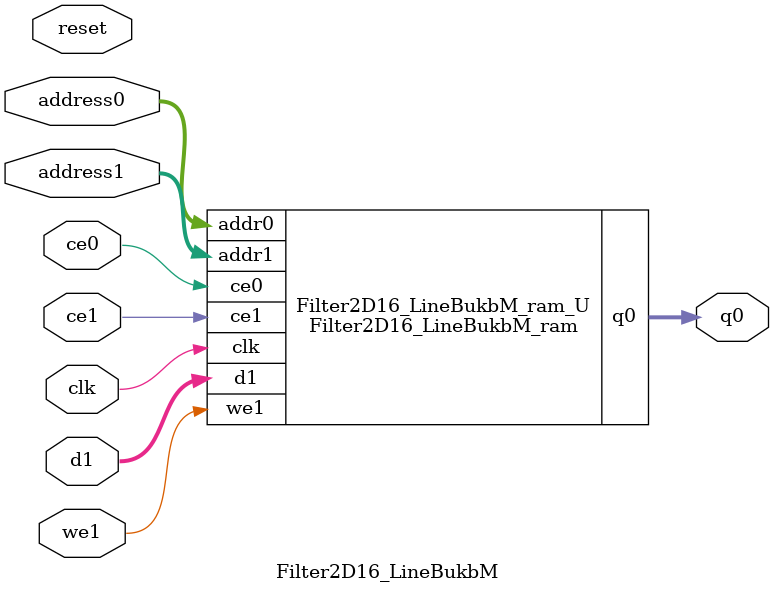
<source format=v>

`timescale 1 ns / 1 ps
module Filter2D16_LineBukbM_ram (addr0, ce0, q0, addr1, ce1, d1, we1,  clk);

parameter DWIDTH = 8;
parameter AWIDTH = 9;
parameter MEM_SIZE = 270;

input[AWIDTH-1:0] addr0;
input ce0;
output reg[DWIDTH-1:0] q0;
input[AWIDTH-1:0] addr1;
input ce1;
input[DWIDTH-1:0] d1;
input we1;
input clk;

(* ram_style = "block" *)reg [DWIDTH-1:0] ram[0:MEM_SIZE-1];




always @(posedge clk)  
begin 
    if (ce0) 
    begin
            q0 <= ram[addr0];
    end
end


always @(posedge clk)  
begin 
    if (ce1) 
    begin
        if (we1) 
        begin 
            ram[addr1] <= d1; 
        end 
    end
end


endmodule


`timescale 1 ns / 1 ps
module Filter2D16_LineBukbM(
    reset,
    clk,
    address0,
    ce0,
    q0,
    address1,
    ce1,
    we1,
    d1);

parameter DataWidth = 32'd8;
parameter AddressRange = 32'd270;
parameter AddressWidth = 32'd9;
input reset;
input clk;
input[AddressWidth - 1:0] address0;
input ce0;
output[DataWidth - 1:0] q0;
input[AddressWidth - 1:0] address1;
input ce1;
input we1;
input[DataWidth - 1:0] d1;



Filter2D16_LineBukbM_ram Filter2D16_LineBukbM_ram_U(
    .clk( clk ),
    .addr0( address0 ),
    .ce0( ce0 ),
    .q0( q0 ),
    .addr1( address1 ),
    .ce1( ce1 ),
    .we1( we1 ),
    .d1( d1 ));

endmodule


</source>
